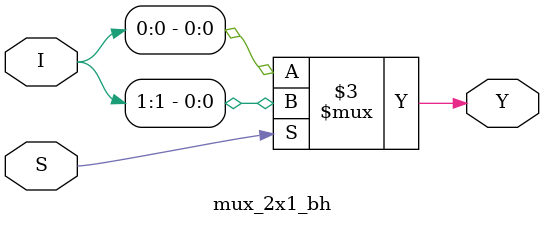
<source format=v>
module mux_2x1_df(Y,I,S);
  input [1:0]I;
  input S;
  output Y;

  assign Y = S ? I[0] : I[1];
endmodule                 

//2x1 mux behavioral model
module mux_2x1_bh(Y,I,S);
       input [1:0]I;
       input S;
       output reg Y;

              always@(*)
                if(S)
                    Y = I[1];
                  else 
                    Y = I[0];
     endmodule
                          

</source>
